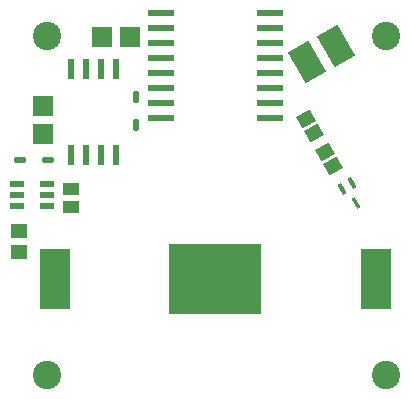
<source format=gbr>
G04*
G04 #@! TF.GenerationSoftware,Altium Limited,Altium Designer,22.4.2 (48)*
G04*
G04 Layer_Color=255*
%FSLAX45Y45*%
%MOMM*%
G71*
G04*
G04 #@! TF.SameCoordinates,A1ACB9CE-F43E-4389-816B-9D06E944576F*
G04*
G04*
G04 #@! TF.FilePolarity,Positive*
G04*
G01*
G75*
G04:AMPARAMS|DCode=15|XSize=2mm|YSize=3mm|CornerRadius=0mm|HoleSize=0mm|Usage=FLASHONLY|Rotation=30.000|XOffset=0mm|YOffset=0mm|HoleType=Round|Shape=Rectangle|*
%AMROTATEDRECTD15*
4,1,4,-0.11603,-1.79904,-1.61603,0.79904,0.11603,1.79904,1.61603,-0.79904,-0.11603,-1.79904,0.0*
%
%ADD15ROTATEDRECTD15*%

%ADD16R,2.20000X0.60000*%
%ADD17R,2.60000X5.08000*%
%ADD18R,1.80620X1.75395*%
%ADD19R,1.35000X1.00000*%
G04:AMPARAMS|DCode=20|XSize=1.21mm|YSize=0.58mm|CornerRadius=0.0725mm|HoleSize=0mm|Usage=FLASHONLY|Rotation=0.000|XOffset=0mm|YOffset=0mm|HoleType=Round|Shape=RoundedRectangle|*
%AMROUNDEDRECTD20*
21,1,1.21000,0.43500,0,0,0.0*
21,1,1.06500,0.58000,0,0,0.0*
1,1,0.14500,0.53250,-0.21750*
1,1,0.14500,-0.53250,-0.21750*
1,1,0.14500,-0.53250,0.21750*
1,1,0.14500,0.53250,0.21750*
%
%ADD20ROUNDEDRECTD20*%
%ADD21R,1.47000X1.16000*%
G04:AMPARAMS|DCode=22|XSize=1.71mm|YSize=0.58mm|CornerRadius=0.0725mm|HoleSize=0mm|Usage=FLASHONLY|Rotation=90.000|XOffset=0mm|YOffset=0mm|HoleType=Round|Shape=RoundedRectangle|*
%AMROUNDEDRECTD22*
21,1,1.71000,0.43500,0,0,90.0*
21,1,1.56500,0.58000,0,0,90.0*
1,1,0.14500,0.21750,0.78250*
1,1,0.14500,0.21750,-0.78250*
1,1,0.14500,-0.21750,-0.78250*
1,1,0.14500,-0.21750,0.78250*
%
%ADD22ROUNDEDRECTD22*%
G04:AMPARAMS|DCode=23|XSize=1.04mm|YSize=0.46mm|CornerRadius=0.115mm|HoleSize=0mm|Usage=FLASHONLY|Rotation=90.000|XOffset=0mm|YOffset=0mm|HoleType=Round|Shape=RoundedRectangle|*
%AMROUNDEDRECTD23*
21,1,1.04000,0.23000,0,0,90.0*
21,1,0.81000,0.46000,0,0,90.0*
1,1,0.23000,0.11500,0.40500*
1,1,0.23000,0.11500,-0.40500*
1,1,0.23000,-0.11500,-0.40500*
1,1,0.23000,-0.11500,0.40500*
%
%ADD23ROUNDEDRECTD23*%
G04:AMPARAMS|DCode=24|XSize=1.04mm|YSize=0.46mm|CornerRadius=0.115mm|HoleSize=0mm|Usage=FLASHONLY|Rotation=180.000|XOffset=0mm|YOffset=0mm|HoleType=Round|Shape=RoundedRectangle|*
%AMROUNDEDRECTD24*
21,1,1.04000,0.23000,0,0,180.0*
21,1,0.81000,0.46000,0,0,180.0*
1,1,0.23000,-0.40500,0.11500*
1,1,0.23000,0.40500,0.11500*
1,1,0.23000,0.40500,-0.11500*
1,1,0.23000,-0.40500,-0.11500*
%
%ADD24ROUNDEDRECTD24*%
G04:AMPARAMS|DCode=25|XSize=1.1055mm|YSize=1.30822mm|CornerRadius=0mm|HoleSize=0mm|Usage=FLASHONLY|Rotation=120.000|XOffset=0mm|YOffset=0mm|HoleType=Round|Shape=Rectangle|*
%AMROTATEDRECTD25*
4,1,4,0.84285,-0.15164,-0.29010,-0.80575,-0.84285,0.15164,0.29010,0.80575,0.84285,-0.15164,0.0*
%
%ADD25ROTATEDRECTD25*%

G04:AMPARAMS|DCode=26|XSize=1.016mm|YSize=0.3048mm|CornerRadius=0mm|HoleSize=0mm|Usage=FLASHONLY|Rotation=300.000|XOffset=0mm|YOffset=0mm|HoleType=Round|Shape=Rectangle|*
%AMROTATEDRECTD26*
4,1,4,-0.38598,0.36374,-0.12202,0.51614,0.38598,-0.36374,0.12202,-0.51614,-0.38598,0.36374,0.0*
%
%ADD26ROTATEDRECTD26*%

G04:AMPARAMS|DCode=27|XSize=1.016mm|YSize=0.3556mm|CornerRadius=0mm|HoleSize=0mm|Usage=FLASHONLY|Rotation=300.000|XOffset=0mm|YOffset=0mm|HoleType=Round|Shape=Rectangle|*
%AMROTATEDRECTD27*
4,1,4,-0.40798,0.35104,-0.10002,0.52884,0.40798,-0.35104,0.10002,-0.52884,-0.40798,0.35104,0.0*
%
%ADD27ROTATEDRECTD27*%

%ADD28R,1.75395X1.80620*%
%ADD42R,7.80000X5.96000*%
%ADD43C,2.40000*%
D15*
X3218744Y3560000D02*
D03*
X2976256Y3420000D02*
D03*
D16*
X1737100Y2946400D02*
D03*
Y3073400D02*
D03*
X2657100Y3835400D02*
D03*
X1737100Y3708400D02*
D03*
X2657100D02*
D03*
Y3454400D02*
D03*
X1737100Y3835400D02*
D03*
X2657100Y3581400D02*
D03*
X1737100D02*
D03*
Y3454400D02*
D03*
Y3200400D02*
D03*
X2657100Y3327400D02*
D03*
Y3200400D02*
D03*
Y2946400D02*
D03*
X1737100Y3327400D02*
D03*
X2657100Y3073400D02*
D03*
D17*
X838100Y1587500D02*
D03*
X3556100D02*
D03*
D18*
X736600Y3051312D02*
D03*
Y2816088D02*
D03*
D19*
X977900Y2348300D02*
D03*
Y2198300D02*
D03*
D20*
X773200Y2203700D02*
D03*
Y2298700D02*
D03*
Y2393700D02*
D03*
X522200Y2203700D02*
D03*
Y2298700D02*
D03*
Y2393700D02*
D03*
D21*
X533400Y1817000D02*
D03*
Y1993000D02*
D03*
D22*
X977900Y2634200D02*
D03*
X1104900D02*
D03*
X1231900D02*
D03*
X1358900D02*
D03*
Y3360200D02*
D03*
X1231900D02*
D03*
X1104900D02*
D03*
X977900D02*
D03*
D23*
X1524000Y3128900D02*
D03*
Y2890900D02*
D03*
D24*
X541400Y2590800D02*
D03*
X779400D02*
D03*
D25*
X3128482Y2662075D02*
D03*
X3196118Y2544925D02*
D03*
X3031018Y2824325D02*
D03*
X2963382Y2941475D02*
D03*
D26*
X3393440Y2228309D02*
D03*
D27*
X3268166Y2343691D02*
D03*
X3356154Y2394491D02*
D03*
D28*
X1476512Y3632200D02*
D03*
X1241288D02*
D03*
D42*
X2197100Y1587500D02*
D03*
D43*
X770000Y3640800D02*
D03*
X3640800D02*
D03*
Y770000D02*
D03*
X770000D02*
D03*
M02*

</source>
